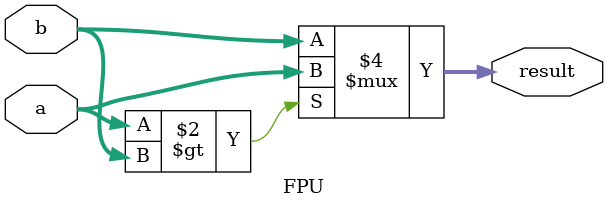
<source format=sv>
/* verilator lint_off DECLFILENAME */
module FPU (
    input [31:0] a,
    input [31:0] b,
    output reg [31:0] result
);

    always @(*) begin
        if (a > b) begin
            result = a;
        end else begin
            result = b;
        end
    end

endmodule
/* verilator lint_on DECLFILENAME */

</source>
